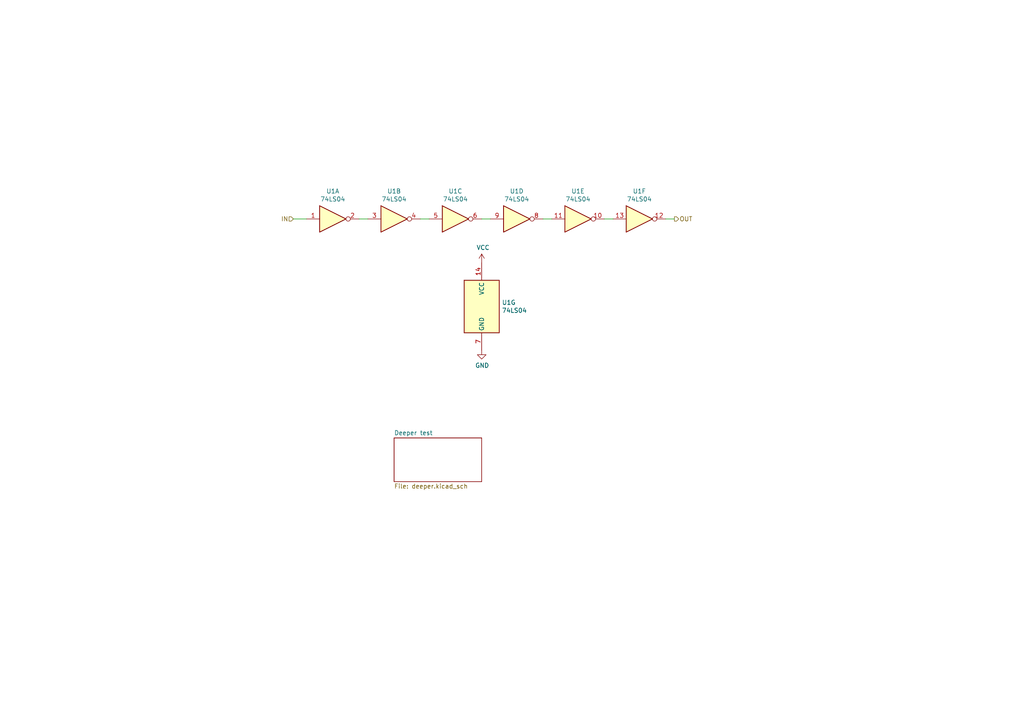
<source format=kicad_sch>
(kicad_sch (version 20241209) (generator "eeschema") (generator_version "9.0")
  (paper "User" 297.002 210.007)
  (title_block (date " "))
  (lib_symbols
    (symbol "74xx:74LS04"
      (property "Reference" "U" (at 0 1.27 0))
      (property "Value" "74LS04" (at 0 -1.27 0))
      (symbol "74LS04_1_0"
        (polyline (pts (xy -3.81 3.81) (xy -3.81 -3.81) (xy 3.81 0) (xy -3.81 3.81)) (stroke (width 0.254)) (fill (type background)))
        (pin input line (at -7.62 0 0) (length 3.81) (name "~") (number "1"))
        (pin output inverted (at 7.62 0 180) (length 3.81) (name "~") (number "2"))
      )
      (symbol "74LS04_2_0"
        (polyline (pts (xy -3.81 3.81) (xy -3.81 -3.81) (xy 3.81 0) (xy -3.81 3.81)) (stroke (width 0.254)) (fill (type background)))
        (pin input line (at -7.62 0 0) (length 3.81) (name "~") (number "3"))
        (pin output inverted (at 7.62 0 180) (length 3.81) (name "~") (number "4"))
      )
      (symbol "74LS04_3_0"
        (polyline (pts (xy -3.81 3.81) (xy -3.81 -3.81) (xy 3.81 0) (xy -3.81 3.81)) (stroke (width 0.254)) (fill (type background)))
        (pin input line (at -7.62 0 0) (length 3.81) (name "~") (number "5"))
        (pin output inverted (at 7.62 0 180) (length 3.81) (name "~") (number "6"))
      )
      (symbol "74LS04_4_0"
        (polyline (pts (xy -3.81 3.81) (xy -3.81 -3.81) (xy 3.81 0) (xy -3.81 3.81)) (stroke (width 0.254)) (fill (type background)))
        (pin input line (at -7.62 0 0) (length 3.81) (name "~") (number "9"))
        (pin output inverted (at 7.62 0 180) (length 3.81) (name "~") (number "8"))
      )
      (symbol "74LS04_5_0"
        (polyline (pts (xy -3.81 3.81) (xy -3.81 -3.81) (xy 3.81 0) (xy -3.81 3.81)) (stroke (width 0.254)) (fill (type background)))
        (pin input line (at -7.62 0 0) (length 3.81) (name "~") (number "11"))
        (pin output inverted (at 7.62 0 180) (length 3.81) (name "~") (number "10"))
      )
      (symbol "74LS04_6_0"
        (polyline (pts (xy -3.81 3.81) (xy -3.81 -3.81) (xy 3.81 0) (xy -3.81 3.81)) (stroke (width 0.254)) (fill (type background)))
        (pin input line (at -7.62 0 0) (length 3.81) (name "~") (number "13"))
        (pin output inverted (at 7.62 0 180) (length 3.81) (name "~") (number "12"))
      )
      (symbol "74LS04_7_0"
        (pin power_in line (at 0 12.7 270) (length 5.08) (name "VCC") (number "14"))
        (pin power_in line (at 0 -12.7 90) (length 5.08) (name "GND") (number "7"))
      )
      (symbol "74LS04_7_1"
        (rectangle (start -5.08 7.62) (end 5.08 -7.62) (stroke (width 0.254)) (fill (type background)))
      )
    )
    (symbol "power:GND" (power) (pin_names (offset 0))
      (property "Value" "GND" (at 0 -3.81 0))
      (symbol "GND_0_1"
        (polyline (pts (xy 0 0) (xy 0 -1.27) (xy 1.27 -1.27) (xy 0 -2.54) (xy -1.27 -1.27) (xy 0 -1.27)))
      )
      (symbol "GND_1_1"
        (pin power_in line (at 0 0 270) (length 0) (hide yes) (name "GND") (number "1"))
      )
    )
    (symbol "power:VCC" (power) (pin_names (offset 0))
      (property "Value" "VCC" (at 0 3.81 0))
      (symbol "VCC_0_1"
        (polyline (pts (xy -0.762 1.27) (xy 0 2.54)))
        (polyline (pts (xy 0 2.54) (xy 0.762 1.27)))
        (polyline (pts (xy 0 0) (xy 0 2.54)))
      )
      (symbol "VCC_1_1"
        (pin power_in line (at 0 0 90) (length 0) (hide yes) (name "VCC") (number "1"))
      )
    )
  )
  (wire (pts (xy 104.14 63.5) (xy 106.68 63.5)))
  (wire (pts (xy 175.26 63.5) (xy 177.8 63.5)))
  (wire (pts (xy 121.92 63.5) (xy 124.46 63.5)))
  (wire (pts (xy 157.48 63.5) (xy 160.02 63.5)))
  (wire (pts (xy 193.04 63.5) (xy 195.58 63.5)))
  (wire (pts (xy 85.09 63.5) (xy 88.9 63.5)))
  (wire (pts (xy 139.7 63.5) (xy 142.24 63.5)))
  (hierarchical_label "IN" (shape input) (at 85.09 63.5 180))
  (hierarchical_label "OUT" (shape output) (at 195.58 63.5 0))
  (symbol (lib_id "74xx:74LS04") (at 96.52 63.5 0) (unit 1)
    (property "Reference" "U1" (at 96.52 55.4482 0))
    (property "Value" "74LS04" (at 96.52 57.7596 0))
    (property "Datasheet" "http://www.ti.com/lit/gpn/sn74LS04" (effects (hide yes)))
    (instances (project "test_v5" (path "" (reference "U1") (unit 1)) (path "" (reference "U2") (unit 1))))
  )
  (symbol (lib_id "74xx:74LS04") (at 114.3 63.5 0) (unit 2)
    (property "Reference" "U1" (at 114.3 55.4482 0))
    (property "Value" "74LS04" (at 114.3 57.7596 0))
    (property "Datasheet" "http://www.ti.com/lit/gpn/sn74LS04" (effects (hide yes)))
    (instances (project "test_v5" (path "" (reference "U1") (unit 2)) (path "" (reference "U2") (unit 2))))
  )
  (symbol (lib_id "74xx:74LS04") (at 132.08 63.5 0) (unit 3)
    (property "Reference" "U1" (at 132.08 55.4482 0))
    (property "Value" "74LS04" (at 132.08 57.7596 0))
    (property "Datasheet" "http://www.ti.com/lit/gpn/sn74LS04" (effects (hide yes)))
    (instances (project "test_v5" (path "" (reference "U1") (unit 3)) (path "" (reference "U2") (unit 3))))
  )
  (symbol (lib_id "74xx:74LS04") (at 149.86 63.5 0) (unit 4)
    (property "Reference" "U1" (at 149.86 55.4482 0))
    (property "Value" "74LS04" (at 149.86 57.7596 0))
    (property "Datasheet" "http://www.ti.com/lit/gpn/sn74LS04" (effects (hide yes)))
    (instances (project "test_v5" (path "" (reference "U1") (unit 4)) (path "" (reference "U2") (unit 4))))
  )
  (symbol (lib_id "74xx:74LS04") (at 167.64 63.5 0) (unit 5)
    (property "Reference" "U1" (at 167.64 55.4482 0))
    (property "Value" "74LS04" (at 167.64 57.7596 0))
    (property "Datasheet" "http://www.ti.com/lit/gpn/sn74LS04" (effects (hide yes)))
    (instances (project "test_v5" (path "" (reference "U1") (unit 5)) (path "" (reference "U2") (unit 5))))
  )
  (symbol (lib_id "74xx:74LS04") (at 185.42 63.5 0) (unit 6)
    (property "Reference" "U1" (at 185.42 55.4482 0))
    (property "Value" "74LS04" (at 185.42 57.7596 0))
    (property "Datasheet" "http://www.ti.com/lit/gpn/sn74LS04" (effects (hide yes)))
    (instances (project "test_v5" (path "" (reference "U1") (unit 6)) (path "" (reference "U2") (unit 6))))
  )
  (symbol (lib_id "74xx:74LS04") (at 139.7 88.9 0) (unit 7)
    (property "Reference" "U1" (at 145.542 87.7316 0) (effects (justify left)))
    (property "Value" "74LS04" (at 145.542 90.043 0) (effects (justify left)))
    (property "Datasheet" "http://www.ti.com/lit/gpn/sn74LS04" (effects (hide yes)))
    (instances (project "test_v5" (path "" (reference "U1") (unit 7)) (path "" (reference "U2") (unit 7))))
  )
  (symbol (lib_id "power:VCC") (at 139.7 76.2 0) (unit 1)
    (property "Reference" "#PWR01" (effects (hide yes)))
    (property "Value" "VCC" (at 140.081 71.8058 0))
    (instances (project "test_v5" (path "" (reference "#PWR01") (unit 1)) (path "" (reference "#PWR03") (unit 1))))
  )
  (symbol (lib_id "power:GND") (at 139.7 101.6 0) (unit 1)
    (property "Reference" "#PWR02" (effects (hide yes)))
    (property "Value" "GND" (at 139.827 105.9942 0))
    (instances (project "test_v5" (path "" (reference "#PWR02") (unit 1)) (path "" (reference "#PWR04") (unit 1))))
  )
  (sheet (at 114.3 127) (size 25.4 12.7)
    (property "Sheetname" "Deeper test" (at 114.3 126.2884 0) (effects (justify left bottom)))
    (property "Sheetfile" "deeper.kicad_sch" (at 114.3 140.2846 0) (effects (justify left top)))
  )
)
</source>
